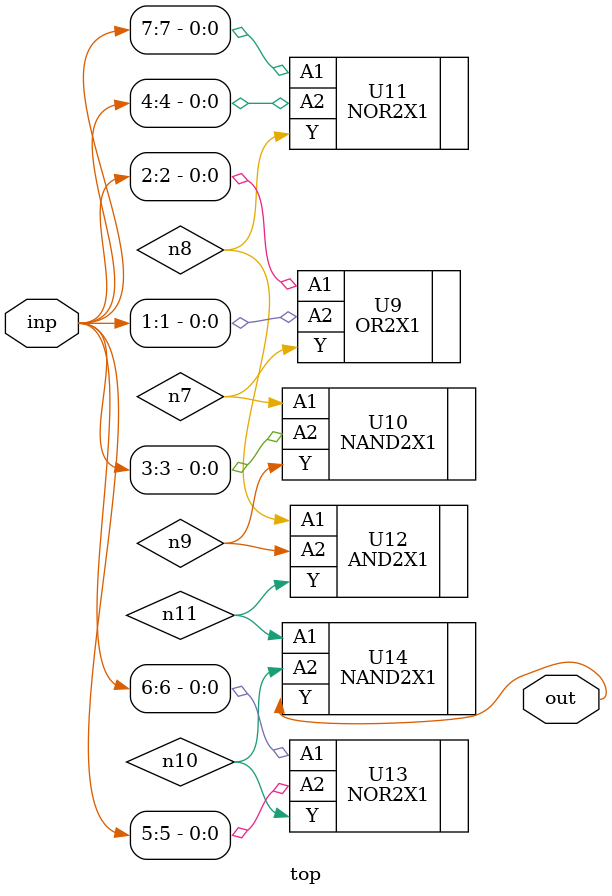
<source format=sv>


module top ( inp, out );
  input [7:0] inp;
  output out;
  wire   n7, n8, n9, n10, n11;

  OR2X1 U9 ( .A1(inp[2]), .A2(inp[1]), .Y(n7) );
  NAND2X1 U10 ( .A1(n7), .A2(inp[3]), .Y(n9) );
  NOR2X1 U11 ( .A1(inp[7]), .A2(inp[4]), .Y(n8) );
  AND2X1 U12 ( .A1(n8), .A2(n9), .Y(n11) );
  NOR2X1 U13 ( .A1(inp[6]), .A2(inp[5]), .Y(n10) );
  NAND2X1 U14 ( .A1(n11), .A2(n10), .Y(out) );
endmodule


</source>
